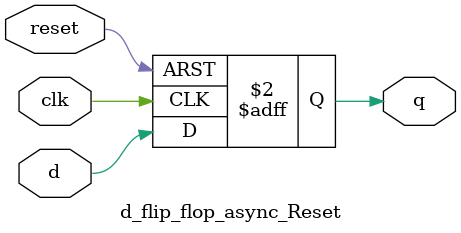
<source format=v>
module d_flip_flop_async_Reset(clk,reset,d,q);
input clk, reset, d;
output q;
reg q;

always @(posedge clk or posedge reset)
	begin
		if(reset)
			begin
				q <= 1'b0;
			end
		else
			begin
				q <= d;
			end
	end
	
endmodule
</source>
